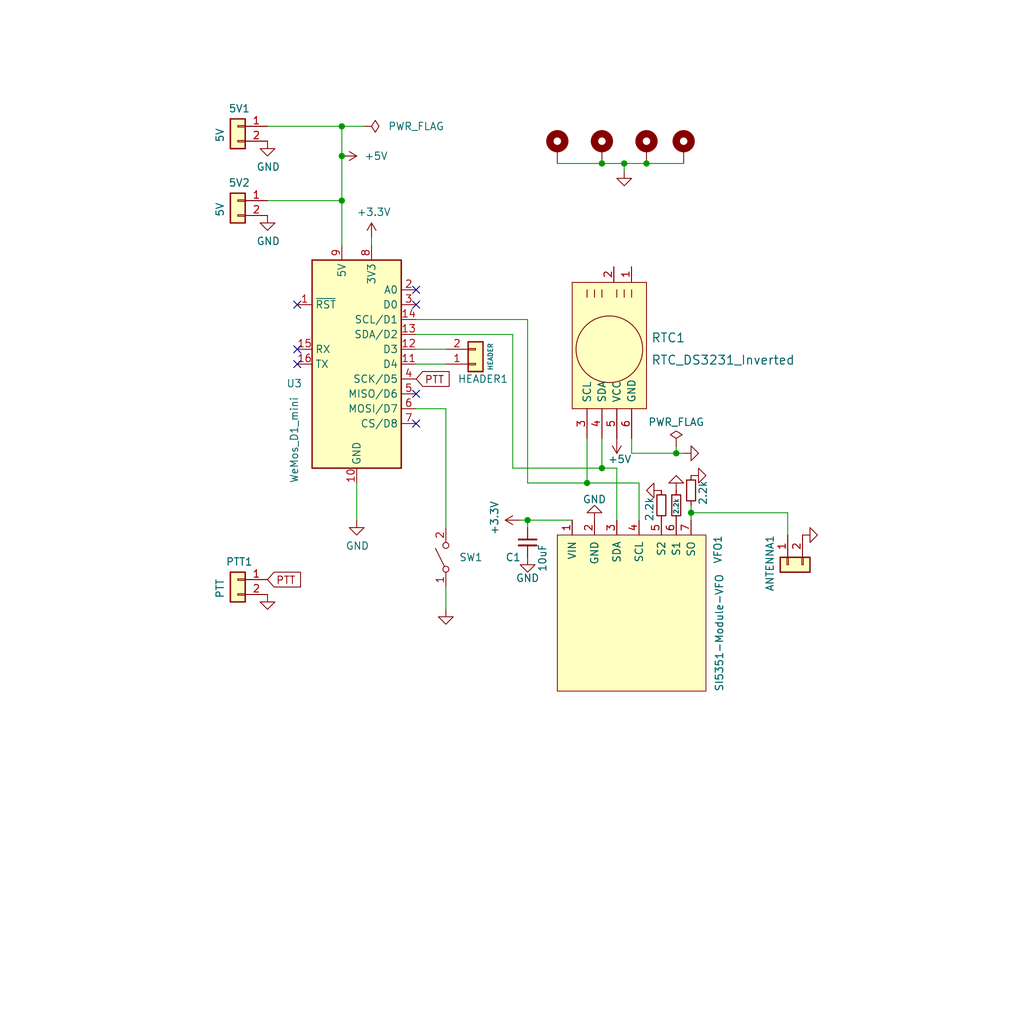
<source format=kicad_sch>
(kicad_sch (version 20230121) (generator eeschema)
  (paper "User" 175.006 175.006)
  (title_block (title "Easy-Digital-Beacons - Schematic") (date "2023-09-11") (rev "V3.01 (3.3v)") (company "Dhiru Kholia (VU3CER)"))
  (lib_symbols
    (symbol "Connector_Generic:Conn_01x02" (pin_names (offset 1.016) hide)
      (property "Reference" "J" (at 0 2.54 0))
      (property "Value" "Conn_01x02" (at 0 -5.08 0))
      (symbol "Conn_01x02_1_1"
        (rectangle (start -1.27 -2.413) (end 0 -2.667) (stroke (width 0.1524)))
        (rectangle (start -1.27 0.127) (end 0 -0.127) (stroke (width 0.1524)))
        (rectangle (start -1.27 1.27) (end 1.27 -3.81) (stroke (width 0.254)) (fill (type background)))
        (pin passive line (at -5.08 0 0) (length 3.81) (name "Pin_1") (number "1"))
        (pin passive line (at -5.08 -2.54 0) (length 3.81) (name "Pin_2") (number "2"))
      )
    )
    (symbol "Control-Board-rescue:SI5351Module_2-VFO-SDR_SSB-rescue-Hack-v1-rescue" (pin_names (offset 1.016))
      (property "Reference" "U" (at 0 0 0))
      (property "Value" "SI5351Module_2-VFO-SDR_SSB-rescue-Hack-v1-rescue" (at 0 0 0))
      (symbol "SI5351Module_2-VFO-SDR_SSB-rescue-Hack-v1-rescue_0_1"
        (rectangle (start -12.7 12.7) (end 13.97 -12.7) (fill (type background)))
      )
      (symbol "SI5351Module_2-VFO-SDR_SSB-rescue-Hack-v1-rescue_1_1"
        (pin input line (at -15.24 -10.16 0) (length 2.54) (name "VIN") (number "1"))
        (pin input line (at -15.24 -6.35 0) (length 2.54) (name "GND") (number "2"))
        (pin input line (at -15.24 -2.54 0) (length 2.54) (name "SDA") (number "3"))
        (pin input line (at -15.24 1.27 0) (length 2.54) (name "SCL") (number "4"))
        (pin output line (at -15.24 5.08 0) (length 2.54) (name "S2") (number "5"))
        (pin output line (at -15.24 7.62 0) (length 2.54) (name "S1") (number "6"))
        (pin output line (at -15.24 10.16 0) (length 2.54) (name "SO") (number "7"))
      )
    )
    (symbol "Device:C_Small" (pin_numbers hide) (pin_names (offset 0.254) hide)
      (property "Reference" "C" (at 0.254 1.778 0))
      (property "Value" "C_Small" (at 0.254 -2.032 0))
      (symbol "C_Small_0_1"
        (polyline (pts (xy -1.524 -0.508) (xy 1.524 -0.508)) (stroke (width 0.3302)))
        (polyline (pts (xy -1.524 0.508) (xy 1.524 0.508)) (stroke (width 0.3048)))
      )
      (symbol "C_Small_1_1"
        (pin passive line (at 0 2.54 270) (length 2.032) (name "~") (number "1"))
        (pin passive line (at 0 -2.54 90) (length 2.032) (name "~") (number "2"))
      )
    )
    (symbol "Device:R_Small" (pin_numbers hide) (pin_names (offset 0.254) hide)
      (property "Reference" "R" (at 0.762 0.508 0))
      (property "Value" "R_Small" (at 0.762 -1.016 0))
      (symbol "R_Small_0_1"
        (rectangle (start -0.762 1.778) (end 0.762 -1.778) (stroke (width 0.2032)))
      )
      (symbol "R_Small_1_1"
        (pin passive line (at 0 2.54 270) (length 0.762) (name "~") (number "1"))
        (pin passive line (at 0 -2.54 90) (length 0.762) (name "~") (number "2"))
      )
    )
    (symbol "MCU_Module:WeMos_D1_mini"
      (property "Reference" "U" (at 3.81 19.05 0))
      (property "Value" "WeMos_D1_mini" (at 1.27 -19.05 0))
      (symbol "WeMos_D1_mini_1_1"
        (rectangle (start -7.62 17.78) (end 7.62 -17.78) (stroke (width 0.254)) (fill (type background)))
        (pin input line (at -10.16 10.16 0) (length 2.54) (name "~{RST}") (number "1"))
        (pin power_in line (at 0 -20.32 90) (length 2.54) (name "GND") (number "10"))
        (pin bidirectional line (at 10.16 0 180) (length 2.54) (name "D4") (number "11"))
        (pin bidirectional line (at 10.16 2.54 180) (length 2.54) (name "D3") (number "12"))
        (pin bidirectional line (at 10.16 5.08 180) (length 2.54) (name "SDA/D2") (number "13"))
        (pin bidirectional line (at 10.16 7.62 180) (length 2.54) (name "SCL/D1") (number "14"))
        (pin input line (at -10.16 2.54 0) (length 2.54) (name "RX") (number "15"))
        (pin output line (at -10.16 0 0) (length 2.54) (name "TX") (number "16"))
        (pin input line (at 10.16 12.7 180) (length 2.54) (name "A0") (number "2"))
        (pin bidirectional line (at 10.16 10.16 180) (length 2.54) (name "D0") (number "3"))
        (pin bidirectional line (at 10.16 -2.54 180) (length 2.54) (name "SCK/D5") (number "4"))
        (pin bidirectional line (at 10.16 -5.08 180) (length 2.54) (name "MISO/D6") (number "5"))
        (pin bidirectional line (at 10.16 -7.62 180) (length 2.54) (name "MOSI/D7") (number "6"))
        (pin bidirectional line (at 10.16 -10.16 180) (length 2.54) (name "CS/D8") (number "7"))
        (pin power_out line (at 2.54 20.32 270) (length 2.54) (name "3V3") (number "8"))
        (pin power_in line (at -2.54 20.32 270) (length 2.54) (name "5V") (number "9"))
      )
    )
    (symbol "Mechanical:MountingHole_Pad" (pin_numbers hide) (pin_names (offset 1.016) hide)
      (property "Reference" "H" (at 0 6.35 0))
      (property "Value" "MountingHole_Pad" (at 0 4.445 0))
      (symbol "MountingHole_Pad_0_1"
        (circle (center 0 1.27) (radius 1.27) (stroke (width 1.27)))
      )
      (symbol "MountingHole_Pad_1_1"
        (pin input line (at 0 -2.54 90) (length 2.54) (name "1") (number "1"))
      )
    )
    (symbol "Switch:SW_SPST" (pin_names (offset 0) hide)
      (property "Reference" "SW" (at 0 3.175 0))
      (property "Value" "SW_SPST" (at 0 -2.54 0))
      (symbol "SW_SPST_0_0"
        (circle (center -2.032 0) (radius 0.508))
        (polyline (pts (xy -1.524 0.254) (xy 1.524 1.778)))
        (circle (center 2.032 0) (radius 0.508))
      )
      (symbol "SW_SPST_1_1"
        (pin passive line (at -5.08 0 0) (length 2.54) (name "A") (number "1"))
        (pin passive line (at 5.08 0 180) (length 2.54) (name "B") (number "2"))
      )
    )
    (symbol "power:+3.3V" (power) (pin_names (offset 0))
      (property "Value" "+3.3V" (at 0 3.556 0))
      (symbol "+3.3V_0_1"
        (polyline (pts (xy -0.762 1.27) (xy 0 2.54)))
        (polyline (pts (xy 0 0) (xy 0 2.54)))
        (polyline (pts (xy 0 2.54) (xy 0.762 1.27)))
      )
      (symbol "+3.3V_1_1"
        (pin power_in line (at 0 0 90) (length 0) hide (name "+3.3V") (number "1"))
      )
    )
    (symbol "power:+5V" (power) (pin_names (offset 0))
      (property "Value" "+5V" (at 0 3.556 0))
      (symbol "+5V_0_1"
        (polyline (pts (xy -0.762 1.27) (xy 0 2.54)))
        (polyline (pts (xy 0 0) (xy 0 2.54)))
        (polyline (pts (xy 0 2.54) (xy 0.762 1.27)))
      )
      (symbol "+5V_1_1"
        (pin power_in line (at 0 0 90) (length 0) hide (name "+5V") (number "1"))
      )
    )
    (symbol "power:GND" (power) (pin_names (offset 0))
      (property "Value" "GND" (at 0 -3.81 0))
      (symbol "GND_0_1"
        (polyline (pts (xy 0 0) (xy 0 -1.27) (xy 1.27 -1.27) (xy 0 -2.54) (xy -1.27 -1.27) (xy 0 -1.27)))
      )
      (symbol "GND_1_1"
        (pin power_in line (at 0 0 270) (length 0) hide (name "GND") (number "1"))
      )
    )
    (symbol "power:PWR_FLAG" (power) (pin_numbers hide) (pin_names (offset 0) hide)
      (property "Value" "PWR_FLAG" (at 0 3.81 0))
      (symbol "PWR_FLAG_0_0"
        (pin power_out line (at 0 0 90) (length 0) (name "pwr") (number "1"))
      )
      (symbol "PWR_FLAG_0_1"
        (polyline (pts (xy 0 0) (xy 0 1.27) (xy -1.016 1.905) (xy 0 2.54) (xy 1.016 1.905) (xy 0 1.27)))
      )
    )
    (symbol "rtc_ds3231_inverted:RTC_DS3231_Inverted" (pin_names (offset 1.016))
      (property "Reference" "RTC1" (at -6.6548 -2.0828 0))
      (property "Value" "RTC_DS3231" (at 9.1694 -5.6134 0))
      (symbol "RTC_DS3231_Inverted_0_1"
        (rectangle (start -11.43 7.62) (end 10.16 -5.08) (fill (type background)))
        (polyline (pts (xy -10.16 -2.54) (xy -8.89 -2.54)))
        (polyline (pts (xy -10.16 -1.27) (xy -8.89 -1.27)))
        (polyline (pts (xy -10.16 0) (xy -8.89 0)))
        (polyline (pts (xy -10.16 2.54) (xy -8.89 2.54)))
        (polyline (pts (xy -10.16 3.81) (xy -8.89 3.81)))
        (polyline (pts (xy -10.16 5.08) (xy -8.89 5.08)))
        (circle (center 0 1.27) (radius 5.6896))
      )
      (symbol "RTC_DS3231_Inverted_1_1"
        (pin free line (at -14.097 5.0546 0) (length 2.54) (name "") (number "1"))
        (pin free line (at -14.097 2.032 0) (length 2.54) (name "") (number "2"))
        (pin input line (at 15.24 -2.54 180) (length 5.08) (name "SCL") (number "3"))
        (pin bidirectional line (at 15.24 0 180) (length 5.08) (name "SDA") (number "4"))
        (pin power_in line (at 15.24 2.54 180) (length 5.08) (name "VCC") (number "5"))
        (pin power_in line (at 15.24 5.08 180) (length 5.08) (name "GND") (number "6"))
      )
    )
  )
  (junction (at 106.68 27.94))
  (junction (at 58.42 26.67))
  (junction (at 115.57 77.47))
  (junction (at 102.87 80.01))
  (junction (at 118.11 87.63))
  (junction (at 90.17 88.9))
  (junction (at 102.87 27.94))
  (junction (at 110.49 27.94))
  (junction (at 58.42 21.59))
  (junction (at 58.42 34.29))
  (junction (at 100.33 82.55))
  (no_connect (at 50.8 62.23))
  (no_connect (at 71.12 72.39))
  (no_connect (at 71.12 52.07))
  (no_connect (at 71.12 49.53))
  (no_connect (at 50.8 59.69))
  (no_connect (at 71.12 67.31))
  (no_connect (at 50.8 52.07))
  (wire (pts (xy 87.63 80.01) (xy 102.87 80.01)))
  (wire (pts (xy 58.42 26.67) (xy 58.42 34.29)))
  (wire (pts (xy 87.63 57.15) (xy 87.63 80.01)))
  (wire (pts (xy 71.12 69.85) (xy 76.2 69.85)))
  (wire (pts (xy 71.12 57.15) (xy 87.63 57.15)))
  (wire (pts (xy 102.87 74.93) (xy 102.87 80.01)))
  (wire (pts (xy 100.33 82.55) (xy 109.22 82.55)))
  (wire (pts (xy 45.72 34.29) (xy 58.42 34.29)))
  (wire (pts (xy 88.9 88.9) (xy 90.17 88.9)))
  (wire (pts (xy 45.72 21.59) (xy 58.42 21.59)))
  (wire (pts (xy 107.95 74.93) (xy 107.95 77.47)))
  (wire (pts (xy 90.17 88.9) (xy 97.79 88.9)))
  (wire (pts (xy 76.2 69.85) (xy 76.2 90.17)))
  (wire (pts (xy 115.57 76.2) (xy 115.57 77.47)))
  (wire (pts (xy 106.68 27.94) (xy 106.68 29.21)))
  (wire (pts (xy 109.22 82.55) (xy 109.22 88.9)))
  (wire (pts (xy 118.11 87.63) (xy 134.62 87.63)))
  (wire (pts (xy 76.2 104.14) (xy 76.2 100.33)))
  (wire (pts (xy 118.11 87.63) (xy 118.11 88.9)))
  (wire (pts (xy 60.96 88.9) (xy 60.96 82.55)))
  (wire (pts (xy 116.84 77.47) (xy 115.57 77.47)))
  (wire (pts (xy 102.87 27.94) (xy 106.68 27.94)))
  (wire (pts (xy 90.17 82.55) (xy 100.33 82.55)))
  (wire (pts (xy 90.17 88.9) (xy 90.17 90.17)))
  (wire (pts (xy 58.42 21.59) (xy 58.42 26.67)))
  (wire (pts (xy 71.12 54.61) (xy 90.17 54.61)))
  (wire (pts (xy 71.12 62.23) (xy 76.2 62.23)))
  (wire (pts (xy 63.5 40.64) (xy 63.5 41.91)))
  (wire (pts (xy 100.33 74.93) (xy 100.33 82.55)))
  (wire (pts (xy 71.12 59.69) (xy 76.2 59.69)))
  (wire (pts (xy 90.17 54.61) (xy 90.17 82.55)))
  (wire (pts (xy 115.57 77.47) (xy 107.95 77.47)))
  (wire (pts (xy 58.42 21.59) (xy 62.23 21.59)))
  (wire (pts (xy 134.62 87.63) (xy 134.62 91.44)))
  (wire (pts (xy 58.42 41.91) (xy 58.42 34.29)))
  (wire (pts (xy 105.41 88.9) (xy 105.41 80.01)))
  (wire (pts (xy 95.25 27.94) (xy 102.87 27.94)))
  (wire (pts (xy 102.87 80.01) (xy 105.41 80.01)))
  (wire (pts (xy 106.68 27.94) (xy 110.49 27.94)))
  (wire (pts (xy 118.11 86.36) (xy 118.11 87.63)))
  (wire (pts (xy 110.49 27.94) (xy 116.84 27.94)))
  (global_label "PTT" (shape input) (at 71.12 64.77 0) (property "Intersheetrefs" "${INTERSHEET_REFS}" (effects hide)))
  (global_label "PTT" (shape input) (at 45.72 99.06 0) (property "Intersheetrefs" "${INTERSHEET_REFS}" (effects hide)))
  (symbol (lib_id "Control-Board-rescue:SI5351Module_2-VFO-SDR_SSB-rescue-Hack-v1-rescue") (at 107.95 104.14 270) (unit 1)
    (property "Reference" "VFO1" (at 122.682 91.44 0) (effects (justify left)))
    (property "Value" "SI5351-Module-VFO" (at 122.936 98.044 0) (effects (justify left)))
    (property "Footprint" "Connector_PinSocket_2.54mm:PinSocket_1x07_P2.54mm_Vertical" (effects hide))
  )
  (symbol (lib_id "power:GND") (at 101.6 88.9 180) (unit 1)
    (property "Reference" "#PWR0108" (effects hide))
    (property "Value" "GND" (at 101.6 85.344 0))
  )
  (symbol (lib_id "MCU_Module:WeMos_D1_mini") (at 60.96 62.23 0) (unit 1)
    (property "Reference" "U3" (at 50.292 65.532 0))
    (property "Value" "WeMos_D1_mini" (at 50.292 75.184 90))
    (property "Footprint" "Module:WEMOS_D1_mini_light" (effects hide))
    (property "Datasheet" "https://wiki.wemos.cc/products:d1:d1_mini#documentation" (effects hide))
  )
  (symbol (lib_id "Switch:SW_SPST") (at 76.2 95.25 90) (unit 1)
    (property "Reference" "SW1" (at 78.4352 95.25 90) (effects (justify right)))
    (property "Value" "SW_SPST" (effects hide))
    (property "Footprint" "Connector_PinHeader_2.54mm:PinHeader_1x02_P2.54mm_Vertical" (effects hide))
  )
  (symbol (lib_id "Connector_Generic:Conn_01x02") (at 40.64 34.29 0) (mirror y) (unit 1)
    (property "Reference" "5V2" (at 40.894 31.242 0))
    (property "Value" "5V" (at 37.592 35.814 90))
    (property "Footprint" "Connector_PinHeader_2.54mm:PinHeader_1x02_P2.54mm_Vertical" (effects hide))
  )
  (symbol (lib_id "power:GND") (at 76.2 104.14 0) (unit 1)
    (property "Reference" "#PWR0105" (effects hide))
    (property "Value" "GND" (effects hide))
  )
  (symbol (lib_id "power:+3.3V") (at 63.5 40.64 0) (unit 1)
    (property "Reference" "#PWR0106" (effects hide))
    (property "Value" "+3.3V" (at 63.881 36.2458 0))
  )
  (symbol (lib_id "power:GND") (at 45.72 36.83 0) (unit 1)
    (property "Reference" "#PWR0102" (effects hide))
    (property "Value" "GND" (at 45.847 41.2242 0))
  )
  (symbol (lib_id "Connector_Generic:Conn_01x02") (at 40.64 21.59 0) (mirror y) (unit 1)
    (property "Reference" "5V1" (at 40.894 18.542 0))
    (property "Value" "5V" (at 37.592 23.114 90))
    (property "Footprint" "Connector_PinHeader_2.54mm:PinHeader_1x02_P2.54mm_Vertical" (effects hide))
  )
  (symbol (lib_id "power:GND") (at 45.72 24.13 0) (unit 1)
    (property "Reference" "#PWR0110" (effects hide))
    (property "Value" "GND" (at 45.847 28.5242 0))
  )
  (symbol (lib_id "power:GND") (at 60.96 88.9 0) (unit 1)
    (property "Reference" "#PWR0111" (effects hide))
    (property "Value" "GND" (at 61.087 93.2942 0))
  )
  (symbol (lib_id "power:GND") (at 116.84 77.47 90) (unit 1)
    (property "Reference" "#PWR0104" (effects hide))
    (property "Value" "GND" (effects hide))
  )
  (symbol (lib_id "Mechanical:MountingHole_Pad") (at 95.25 25.4 0) (unit 1)
    (property "Reference" "H1" (effects hide))
    (property "Value" "MountingHole" (effects hide))
    (property "Footprint" "MountingHole:MountingHole_2.2mm_M2_Pad" (effects hide))
  )
  (symbol (lib_id "Device:R_Small") (at 118.11 83.82 0) (unit 1)
    (property "Reference" "R3" (effects hide))
    (property "Value" "2.2k" (at 120.142 86.36 90) (effects (justify left)))
    (property "Footprint" "Resistor_SMD:R_1206_3216Metric_Pad1.30x1.75mm_HandSolder" (effects hide))
  )
  (symbol (lib_id "power:PWR_FLAG") (at 62.23 21.59 270) (unit 1)
    (property "Reference" "#FLG0101" (effects hide))
    (property "Value" "PWR_FLAG" (at 66.294 21.5899 90) (effects (justify left)))
  )
  (symbol (lib_id "Connector_Generic:Conn_01x02") (at 134.62 96.52 90) (mirror x) (unit 1)
    (property "Reference" "ANTENNA1" (at 131.572 96.266 0))
    (property "Value" "ANTENNA" (effects hide))
    (property "Footprint" "TerminalBlock:TerminalBlock_bornier-2_P5.08mm" (effects hide))
  )
  (symbol (lib_id "power:PWR_FLAG") (at 115.57 76.2 0) (unit 1)
    (property "Reference" "#FLG0102" (effects hide))
    (property "Value" "PWR_FLAG" (at 115.57 72.136 0))
  )
  (symbol (lib_id "Device:R_Small") (at 113.03 86.36 0) (unit 1)
    (property "Reference" "R1" (effects hide))
    (property "Value" "2.2k" (at 110.998 89.154 90) (effects (justify left)))
    (property "Footprint" "Resistor_SMD:R_1206_3216Metric_Pad1.30x1.75mm_HandSolder" (effects hide))
  )
  (symbol (lib_id "Mechanical:MountingHole_Pad") (at 116.84 25.4 0) (unit 1)
    (property "Reference" "H4" (effects hide))
    (property "Value" "MountingHole" (effects hide))
    (property "Footprint" "MountingHole:MountingHole_2.2mm_M2_Pad" (effects hide))
  )
  (symbol (lib_id "power:GND") (at 90.17 95.25 0) (unit 1)
    (property "Reference" "#PWR08" (effects hide))
    (property "Value" "GND" (at 90.17 98.806 0))
  )
  (symbol (lib_id "Device:R_Small") (at 115.57 86.36 0) (unit 1)
    (property "Reference" "R2" (effects hide))
    (property "Value" "2.2k" (at 115.57 87.884 90) (effects (font (size 0.8 0.8)) (justify left)))
    (property "Footprint" "Resistor_SMD:R_1206_3216Metric_Pad1.30x1.75mm_HandSolder" (effects hide))
  )
  (symbol (lib_id "power:GND") (at 115.57 83.82 180) (unit 1)
    (property "Reference" "#PWR02" (effects hide))
    (property "Value" "GND" (effects hide))
  )
  (symbol (lib_id "power:GND") (at 45.72 101.6 0) (unit 1)
    (property "Reference" "#PWR04" (effects hide))
    (property "Value" "GND" (effects hide))
  )
  (symbol (lib_id "power:+3.3V") (at 88.9 88.9 90) (unit 1)
    (property "Reference" "#PWR05" (effects hide))
    (property "Value" "+3.3V" (at 84.5058 88.519 0))
  )
  (symbol (lib_id "power:GND") (at 113.03 83.82 270) (unit 1)
    (property "Reference" "#PWR01" (effects hide))
    (property "Value" "GND" (effects hide))
  )
  (symbol (lib_id "power:GND") (at 106.68 29.21 0) (unit 1)
    (property "Reference" "#PWR07" (effects hide))
    (property "Value" "GND" (effects hide))
  )
  (symbol (lib_id "Connector_Generic:Conn_01x02") (at 81.28 62.23 0) (mirror x) (unit 1)
    (property "Reference" "HEADER1" (at 82.55 64.77 0))
    (property "Value" "HEADER" (at 83.82 60.96 90) (effects (font (size 0.8 0.8))))
    (property "Footprint" "Connector_PinHeader_2.54mm:PinHeader_1x02_P2.54mm_Vertical" (effects hide))
  )
  (symbol (lib_id "power:+5V") (at 105.41 74.93 180) (unit 1)
    (property "Reference" "#PWR06" (effects hide))
    (property "Value" "+5V" (at 105.918 78.486 0))
  )
  (symbol (lib_id "power:GND") (at 118.11 81.28 90) (unit 1)
    (property "Reference" "#PWR03" (effects hide))
    (property "Value" "GND" (effects hide))
  )
  (symbol (lib_id "power:GND") (at 137.16 91.44 90) (unit 1)
    (property "Reference" "#PWR0101" (effects hide))
    (property "Value" "GND" (effects hide))
  )
  (symbol (lib_id "Connector_Generic:Conn_01x02") (at 40.64 99.06 0) (mirror y) (unit 1)
    (property "Reference" "PTT1" (at 40.894 96.012 0))
    (property "Value" "PTT" (at 37.592 100.584 90))
    (property "Footprint" "Connector_PinHeader_2.54mm:PinHeader_1x02_P2.54mm_Vertical" (effects hide))
  )
  (symbol (lib_id "Device:C_Small") (at 90.17 92.71 0) (unit 1)
    (property "Reference" "C1" (at 86.36 95.25 0) (effects (justify left)))
    (property "Value" "10uF" (at 92.71 97.79 90) (effects (justify left)))
    (property "Footprint" "Capacitor_SMD:C_1206_3216Metric_Pad1.33x1.80mm_HandSolder" (effects hide))
  )
  (symbol (lib_id "rtc_ds3231_inverted:RTC_DS3231_Inverted") (at 102.87 59.69 270) (unit 1)
    (property "Reference" "RTC1" (at 111.252 57.7215 90) (effects (font (size 1.524 1.524)) (justify left)))
    (property "Value" "RTC_DS3231_Inverted" (at 111.252 61.5315 90) (effects (font (size 1.524 1.524)) (justify left)))
    (property "Footprint" "Connector_PinSocket_2.54mm:PinSocket_1x06_P2.54mm_Horizontal" (effects hide))
  )
  (symbol (lib_id "Mechanical:MountingHole_Pad") (at 102.87 25.4 0) (unit 1)
    (property "Reference" "H2" (effects hide))
    (property "Value" "MountingHole" (effects hide))
    (property "Footprint" "MountingHole:MountingHole_2.2mm_M2_Pad" (effects hide))
  )
  (symbol (lib_id "Mechanical:MountingHole_Pad") (at 110.49 25.4 0) (unit 1)
    (property "Reference" "H3" (effects hide))
    (property "Value" "MountingHole" (effects hide))
    (property "Footprint" "MountingHole:MountingHole_2.2mm_M2_Pad" (effects hide))
  )
  (symbol (lib_id "power:+5V") (at 58.42 26.67 270) (unit 1)
    (property "Reference" "#PWR0107" (effects hide))
    (property "Value" "+5V" (at 62.23 26.6699 90) (effects (justify left)))
  )
)
</source>
